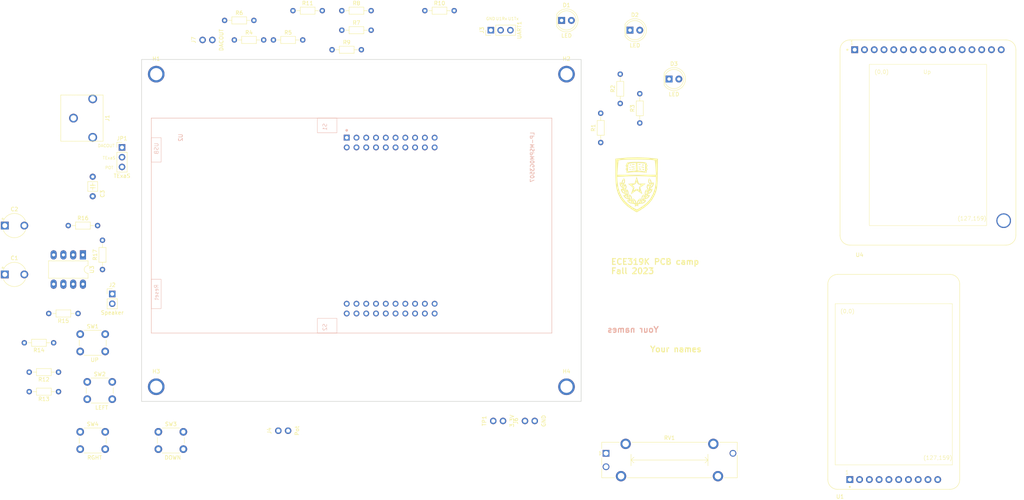
<source format=kicad_pcb>
(kicad_pcb (version 20241229) (generator "pcbnew") (generator_version "9.0")
  (title_block (title "ECE 319K Baseline Project") (date "2023-12-11") (rev "v1.0.0") (company "The University of Texas at Austin"))
  (layers (0 "F.Cu" signal) (2 "B.Cu" signal) (13 "F.Paste" user) (15 "B.Paste" user) (5 "F.SilkS" user "F.Silkscreen") (7 "B.SilkS" user "B.Silkscreen") (1 "F.Mask" user) (3 "B.Mask" user) (25 "Edge.Cuts" user))
  (net 0 "")
  (net 1 "GND")
  (net 2 "+3V3")
  (net 3 "PB9")
  (net 4 "PB15")
  (net 5 "PB8")
  (net 6 "PB7")
  (net 7 "PB6")
  (net 8 "PA13")
  (net 9 "+5V")
  (net 15 "PA25")
  (net 17 "PA8")
  (net 18 "PA26")
  (net 19 "PB24")
  (net 20 "PA27")
  (net 21 "PB2")
  (net 22 "PB3")
  (net 24 "PB12")
  (net 25 "PB17")
  (net 26 "PB0")
  (net 27 "PB16")
  (net 28 "PB19")
  (net 29 "PA22")
  (net 30 "PB18")
  (net 31 "PA18")
  (net 32 "PA24")
  (net 33 "PA17")
  (net 34 "PA16")
  (net 35 "PA15")
  (net 36 "PB4")
  (net 37 "PB1")
  (net 38 "PA28")
  (net 39 "PA31")
  (net 40 "PB20")
  (net 41 "PB13")
  (net 42 "PA10")
  (net 46 "PB23")
  (net 48 "PA11")
  (net 49 "PA12")
  (footprint "ECE445L:R_Axial_DIN0204_L3.6mm_D1.6mm_P7.62mm_Horizontal" (layer "F.Cu") (at 90.17 25.4)
    (property "Reference" "R11" (at 3.81 -1.92 0) (layer "F.SilkS"))
    (property "Value" "12k")
    (pad "1" thru_hole circle (at 0 0) (size 1.4 1.4) (drill 0.7) (layers "*.Cu" "*.Mask"))
    (pad "2" thru_hole oval (at 7.62 0) (size 1.4 1.4) (drill 0.7) (layers "*.Cu" "*.Mask"))
  )
  (footprint "ECE445L:Testpoint_1x02_P2.54mm" (layer "F.Cu") (at 86.36 134.62 90)
    (property "Reference" "J4" (at 0 -2.33 90) (layer "F.SilkS"))
    (property "Value" "Pot" (at 0 4.87 90) (layer "F.SilkS"))
    (pad "1" thru_hole circle (at 0 0 90) (size 1.7 1.7) (drill 1) (layers "*.Cu" "*.Mask"))
    (pad "2" thru_hole oval (at 0 2.54 90) (size 1.7 1.7) (drill 1) (layers "*.Cu" "*.Mask"))
  )
  (footprint "ECE445L:R_Axial_DIN0204_L3.6mm_D1.6mm_P7.62mm_Horizontal" (layer "F.Cu") (at 74.93 33.02)
    (property "Reference" "R4" (at 3.81 -1.92 0) (layer "F.SilkS"))
    (property "Value" "1.5k")
    (pad "1" thru_hole circle (at 0 0) (size 1.4 1.4) (drill 0.7) (layers "*.Cu" "*.Mask"))
    (pad "2" thru_hole oval (at 7.62 0) (size 1.4 1.4) (drill 0.7) (layers "*.Cu" "*.Mask"))
  )
  (footprint "ECE445L:PinHeader_1x03_P2.54mm_Vertical" (layer "F.Cu") (at 141.62 30.48 90)
    (property "Reference" "J3" (at 0 -2.33 90) (layer "F.SilkS"))
    (property "Value" "UART1" (at 0 7.41 90) (layer "F.SilkS"))
    (pad "1" thru_hole rect (at 0 0 90) (size 1.7 1.7) (drill 1) (layers "*.Cu" "*.Mask") (net 1 "GND"))
    (pad "2" thru_hole oval (at 0 2.54 90) (size 1.7 1.7) (drill 1) (layers "*.Cu" "*.Mask") (net 17 "PA8"))
    (pad "3" thru_hole oval (at 0 5.08 90) (size 1.7 1.7) (drill 1) (layers "*.Cu" "*.Mask") (net 29 "PA22"))
  )
  (footprint "LOGO" (layer "F.Cu") (at 180.34 71.12)
    (property "Reference" "G***" (hide yes))
    (property "Value" "LOGO" (hide yes))
  )
  (footprint "ECE445L:R_Axial_DIN0204_L3.6mm_D1.6mm_P7.62mm_Horizontal" (layer "F.Cu") (at 72.39 27.94)
    (property "Reference" "R6" (at 3.81 -1.92 0) (layer "F.SilkS"))
    (property "Value" "1.5k")
    (pad "1" thru_hole circle (at 0 0) (size 1.4 1.4) (drill 0.7) (layers "*.Cu" "*.Mask"))
    (pad "2" thru_hole oval (at 7.62 0) (size 1.4 1.4) (drill 0.7) (layers "*.Cu" "*.Mask"))
  )
  (footprint "ECE445L:DIP-8_W7.62mm_LongPads" (layer "F.Cu") (at 35.56 88.9 -90)
    (property "Reference" "U3" (at 3.81 -2.33 270) (layer "F.SilkS"))
    (property "Value" "MCP34119P")
    (pad "1" thru_hole rect (at 0 0 270) (size 2.4 1.6) (drill 0.8) (layers "*.Cu" "*.Mask"))
    (pad "2" thru_hole oval (at 0 2.54 270) (size 2.4 1.6) (drill 0.8) (layers "*.Cu" "*.Mask"))
    (pad "3" thru_hole oval (at 0 5.08 270) (size 2.4 1.6) (drill 0.8) (layers "*.Cu" "*.Mask"))
    (pad "4" thru_hole oval (at 0 7.62 270) (size 2.4 1.6) (drill 0.8) (layers "*.Cu" "*.Mask"))
    (pad "5" thru_hole oval (at 7.62 7.62 270) (size 2.4 1.6) (drill 0.8) (layers "*.Cu" "*.Mask"))
    (pad "6" thru_hole oval (at 7.62 5.08 270) (size 2.4 1.6) (drill 0.8) (layers "*.Cu" "*.Mask"))
    (pad "7" thru_hole oval (at 7.62 2.54 270) (size 2.4 1.6) (drill 0.8) (layers "*.Cu" "*.Mask"))
    (pad "8" thru_hole oval (at 7.62 0 270) (size 2.4 1.6) (drill 0.8) (layers "*.Cu" "*.Mask"))
  )
  (footprint "ECE445L:R_Axial_DIN0204_L3.6mm_D1.6mm_P7.62mm_Horizontal" (layer "F.Cu") (at 40.64 92.71 90)
    (property "Reference" "R17" (at 3.81 -1.92 90) (layer "F.SilkS"))
    (property "Value" "10k")
    (pad "1" thru_hole circle (at 0 0 90) (size 1.4 1.4) (drill 0.7) (layers "*.Cu" "*.Mask"))
    (pad "2" thru_hole oval (at 7.62 0 90) (size 1.4 1.4) (drill 0.7) (layers "*.Cu" "*.Mask"))
  )
  (footprint "ECE445L:SW_PUSH_6mm" (layer "F.Cu") (at 36.68 121.92)
    (property "Reference" "SW2" (at 3.25 -2 0) (layer "F.SilkS"))
    (property "Value" "LEFT" (at 3.75 6.7 0) (layer "F.SilkS"))
    (pad "1" thru_hole circle (at 0 0 90) (size 2 2) (drill 1.1) (layers "*.Cu" "*.Mask"))
    (pad "1" thru_hole circle (at 6.5 0 90) (size 2 2) (drill 1.1) (layers "*.Cu" "*.Mask"))
    (pad "2" thru_hole circle (at 0 4.5 90) (size 2 2) (drill 1.1) (layers "*.Cu" "*.Mask"))
    (pad "2" thru_hole circle (at 6.5 4.5 90) (size 2 2) (drill 1.1) (layers "*.Cu" "*.Mask"))
  )
  (footprint "ECE445L:SW_PUSH_6mm" (layer "F.Cu") (at 34.85 109.51)
    (property "Reference" "SW1" (at 3.25 -2 0) (layer "F.SilkS"))
    (property "Value" "UP" (at 3.75 6.7 0) (layer "F.SilkS"))
    (pad "1" thru_hole circle (at 0 0 90) (size 2 2) (drill 1.1) (layers "*.Cu" "*.Mask"))
    (pad "1" thru_hole circle (at 6.5 0 90) (size 2 2) (drill 1.1) (layers "*.Cu" "*.Mask"))
    (pad "2" thru_hole circle (at 0 4.5 90) (size 2 2) (drill 1.1) (layers "*.Cu" "*.Mask"))
    (pad "2" thru_hole circle (at 6.5 4.5 90) (size 2 2) (drill 1.1) (layers "*.Cu" "*.Mask"))
  )
  (footprint "ECE445L:PTA2043pot" (layer "F.Cu") (at 171.565 140.49)
    (property "Reference" "RV1" (at 16.5 -4 0) (layer "F.SilkS"))
    (property "Value" "PTA2043")
    (pad "" np_thru_hole circle (at 3.9 5.95) (size 2.7 2.7) (drill 1.7) (layers "*.Cu" "*.Mask"))
    (pad "" np_thru_hole circle (at 5.1 -2.45) (size 2.7 2.7) (drill 1.7) (layers "*.Cu" "*.Mask"))
    (pad "" np_thru_hole circle (at 27.9 -2.45) (size 2.7 2.7) (drill 1.7) (layers "*.Cu" "*.Mask"))
    (pad "" np_thru_hole circle (at 29.1 5.95) (size 2.7 2.7) (drill 1.7) (layers "*.Cu" "*.Mask"))
    (pad "1" thru_hole rect (at 0 0) (size 1.75 1.75) (drill 1.2) (layers "*.Cu" "*.Mask"))
    (pad "2" thru_hole circle (at 0 3.5) (size 1.75 1.75) (drill 1.2) (layers "*.Cu" "*.Mask"))
    (pad "3" thru_hole circle (at 33 0) (size 1.75 1.75) (drill 1.2) (layers "*.Cu" "*.Mask"))
  )
  (footprint "ECE445L:R_Axial_DIN0204_L3.6mm_D1.6mm_P7.62mm_Horizontal" (layer "F.Cu") (at 124.46 25.4)
    (property "Reference" "R10" (at 3.81 -1.92 0) (layer "F.SilkS"))
    (property "Value" "12k")
    (pad "1" thru_hole circle (at 0 0) (size 1.4 1.4) (drill 0.7) (layers "*.Cu" "*.Mask"))
    (pad "2" thru_hole oval (at 7.62 0) (size 1.4 1.4) (drill 0.7) (layers "*.Cu" "*.Mask"))
  )
  (footprint "ECE445L:R_Axial_DIN0204_L3.6mm_D1.6mm_P7.62mm_Horizontal" (layer "F.Cu") (at 170.18 59.69 90)
    (property "Reference" "R1" (at 3.81 -1.92 90) (layer "F.SilkS"))
    (property "Value" "470")
    (pad "1" thru_hole circle (at 0 0 90) (size 1.4 1.4) (drill 0.7) (layers "*.Cu" "*.Mask"))
    (pad "2" thru_hole oval (at 7.62 0 90) (size 1.4 1.4) (drill 0.7) (layers "*.Cu" "*.Mask"))
  )
  (footprint "ECE445L:Testpoint_1x02_P2.54mm" (layer "F.Cu") (at 66.67 33.02 90)
    (property "Reference" "J7" (at 0 -2.33 90) (layer "F.SilkS"))
    (property "Value" "DACOUT" (at 0 4.87 90) (layer "F.SilkS"))
    (pad "1" thru_hole circle (at 0 0 90) (size 1.7 1.7) (drill 1) (layers "*.Cu" "*.Mask"))
    (pad "2" thru_hole oval (at 0 2.54 90) (size 1.7 1.7) (drill 1) (layers "*.Cu" "*.Mask"))
  )
  (footprint "ECE445L:Testpoint_1x02_P2.54mm" (layer "F.Cu") (at 142.24 132.08 90)
    (property "Reference" "TP1" (at 0 -2.33 90) (layer "F.SilkS"))
    (property "Value" "3.3V" (at 0 4.87 90) (layer "F.SilkS"))
    (pad "1" thru_hole circle (at 0 0 90) (size 1.7 1.7) (drill 1) (layers "*.Cu" "*.Mask") (net 2 "+3V3"))
    (pad "2" thru_hole oval (at 0 2.54 90) (size 1.7 1.7) (drill 1) (layers "*.Cu" "*.Mask") (net 2 "+3V3"))
  )
  (footprint "ECE445L:R_Axial_DIN0204_L3.6mm_D1.6mm_P7.62mm_Horizontal" (layer "F.Cu") (at 102.87 25.4)
    (property "Reference" "R8" (at 3.81 -1.92 0) (layer "F.SilkS"))
    (property "Value" "1.5k")
    (pad "1" thru_hole circle (at 0 0) (size 1.4 1.4) (drill 0.7) (layers "*.Cu" "*.Mask"))
    (pad "2" thru_hole oval (at 7.62 0) (size 1.4 1.4) (drill 0.7) (layers "*.Cu" "*.Mask"))
  )
  (footprint "ECE445L:C_Axial_200mil" (layer "F.Cu") (at 38.1 68.58 -90)
    (property "Reference" "C3" (at 4.445 -2.54 270) (layer "F.SilkS"))
    (property "Value" "0.1uF")
    (pad "1" thru_hole circle (at 0 0 270) (size 1.6 1.6) (drill 0.8) (layers "*.Cu" "*.Mask"))
    (pad "2" thru_hole oval (at 5.08 0 270) (size 1.6 1.6) (drill 0.8) (layers "*.Cu" "*.Mask"))
  )
  (footprint "ECE445L:MountingHole_4_40" (layer "F.Cu") (at 161.29 41.91)
    (property "Reference" "H2" (at 0 -4 0) (layer "F.SilkS"))
    (property "Value" "~")
    (pad "1" thru_hole circle (at 0 0) (size 4.318 4.318) (drill 3.175) (layers "*.Cu" "*.Mask"))
  )
  (footprint "ECE445L:MountingHole_4_40" (layer "F.Cu") (at 161.29 123.19)
    (property "Reference" "H4" (at 0 -4 0) (layer "F.SilkS"))
    (property "Value" "~")
    (pad "1" thru_hole circle (at 0 0) (size 4.318 4.318) (drill 3.175) (layers "*.Cu" "*.Mask"))
  )
  (footprint "ECE445L:MountingHole_4_40" (layer "F.Cu") (at 54.61 41.91)
    (property "Reference" "H1" (at 0 -4 0) (layer "F.SilkS"))
    (property "Value" "~")
    (pad "1" thru_hole circle (at 0 0) (size 4.318 4.318) (drill 3.175) (layers "*.Cu" "*.Mask"))
  )
  (footprint "ECE445L:R_Axial_DIN0204_L3.6mm_D1.6mm_P7.62mm_Horizontal" (layer "F.Cu") (at 29.21 119.38 180)
    (property "Reference" "R12" (at 3.81 -1.92 180) (layer "F.SilkS"))
    (property "Value" "10k")
    (pad "1" thru_hole circle (at 0 0 180) (size 1.4 1.4) (drill 0.7) (layers "*.Cu" "*.Mask"))
    (pad "2" thru_hole oval (at 7.62 0 180) (size 1.4 1.4) (drill 0.7) (layers "*.Cu" "*.Mask"))
  )
  (footprint "ECE445L:hiletgo_st7735r" (layer "F.Cu") (at 255.27 59.69)
    (property "Reference" "U4" (at -17.78 29.21 0) (layer "F.SilkS"))
    (property "Value" "HiLetGo_ST7735R")
    (fp_text user "1" (at -20.32 -25.4 0) (layer "F.SilkS") (effects (font (thickness 0.1)) (justify left bottom)))
    (fp_text user "(0,0)" (at -13.97 -17.78 0) (layer "F.SilkS") (effects (font (thickness 0.1)) (justify left bottom)))
    (fp_text user "(127,159)" (at 7.62 20.32 0) (layer "F.SilkS") (effects (font (thickness 0.1)) (justify left bottom)))
    (fp_text user "Up" (at -1.27 -17.78 0) (layer "F.SilkS") (effects (font (thickness 0.1)) (justify left bottom)))
    (pad "" np_thru_hole circle (at 19.685 20.32 90) (size 3.81 3.81) (drill 3.175) (layers "*.Cu" "*.Mask"))
    (pad "1" thru_hole rect (at -19.05 -24.13 90) (size 1.778 1.778) (drill 1.016) (layers "*.Cu" "*.Mask") (net 1 "GND"))
    (pad "2" thru_hole circle (at -16.51 -24.13 90) (size 1.778 1.778) (drill 1.016) (layers "*.Cu" "*.Mask") (net 2 "+3V3"))
    (pad "3" thru_hole circle (at -13.97 -24.13 90) (size 1.778 1.778) (drill 1.016) (layers "*.Cu" "*.Mask"))
    (pad "4" thru_hole circle (at -11.43 -24.13 90) (size 1.778 1.778) (drill 1.016) (layers "*.Cu" "*.Mask"))
    (pad "5" thru_hole circle (at -8.89 -24.13 90) (size 1.778 1.778) (drill 1.016) (layers "*.Cu" "*.Mask"))
    (pad "6" thru_hole circle (at -6.35 -24.13 90) (size 1.778 1.778) (drill 1.016) (layers "*.Cu" "*.Mask") (net 4 "PB15"))
    (pad "7" thru_hole circle (at -3.81 -24.13 90) (size 1.778 1.778) (drill 1.016) (layers "*.Cu" "*.Mask") (net 8 "PA13"))
    (pad "8" thru_hole circle (at -1.27 -24.13 90) (size 1.778 1.778) (drill 1.016) (layers "*.Cu" "*.Mask") (net 5 "PB8"))
    (pad "9" thru_hole circle (at 1.27 -24.13 90) (size 1.778 1.778) (drill 1.016) (layers "*.Cu" "*.Mask") (net 3 "PB9"))
    (pad "10" thru_hole circle (at 3.81 -24.13 90) (size 1.778 1.778) (drill 1.016) (layers "*.Cu" "*.Mask") (net 7 "PB6"))
    (pad "11" thru_hole circle (at 6.35 -24.13 90) (size 1.778 1.778) (drill 1.016) (layers "*.Cu" "*.Mask") (net 3 "PB9"))
    (pad "12" thru_hole circle (at 8.89 -24.13 90) (size 1.778 1.778) (drill 1.016) (layers "*.Cu" "*.Mask") (net 6 "PB7"))
    (pad "13" thru_hole circle (at 11.43 -24.13 90) (size 1.778 1.778) (drill 1.016) (layers "*.Cu" "*.Mask") (net 5 "PB8"))
    (pad "14" thru_hole circle (at 13.97 -24.13 90) (size 1.778 1.778) (drill 1.016) (layers "*.Cu" "*.Mask") (net 49 "PA12"))
    (pad "15" thru_hole circle (at 16.51 -24.13 90) (size 1.778 1.778) (drill 1.016) (layers "*.Cu" "*.Mask") (net 2 "+3V3"))
    (pad "16" thru_hole circle (at 19.05 -24.13 90) (size 1.778 1.778) (drill 1.016) (layers "*.Cu" "*.Mask") (net 1 "GND"))
  )
  (footprint "ECE445L:MountingHole_4_40" (layer "F.Cu") (at 54.61 123.19)
    (property "Reference" "H3" (at 0 -4 0) (layer "F.SilkS"))
    (property "Value" "~")
    (pad "1" thru_hole circle (at 0 0) (size 4.318 4.318) (drill 3.175) (layers "*.Cu" "*.Mask"))
  )
  (footprint "ECE445L:CP_Radial_Tantal200mil" (layer "F.Cu") (at 15.24 81.28)
    (property "Reference" "C2" (at 2.5 -4.25 0) (layer "F.SilkS"))
    (property "Value" "4.7uF")
    (pad "1" thru_hole rect (at 0 0) (size 2.032 2.032) (drill 1.27) (layers "*.Cu" "*.Mask"))
    (pad "2" thru_hole circle (at 5.08 0) (size 2.032 2.032) (drill 1.27) (layers "*.Cu" "*.Mask"))
  )
  (footprint "ECE445L:Testpoint_1x02_P2.54mm" (layer "F.Cu") (at 150.49 132.08 90)
    (property "Reference" "J6" (at 0 -2.33 90) (layer "F.SilkS"))
    (property "Value" "GND" (at 0 4.87 90) (layer "F.SilkS"))
    (pad "1" thru_hole circle (at 0 0 90) (size 1.7 1.7) (drill 1) (layers "*.Cu" "*.Mask") (net 1 "GND"))
    (pad "2" thru_hole oval (at 0 2.54 90) (size 1.7 1.7) (drill 1) (layers "*.Cu" "*.Mask") (net 1 "GND"))
  )
  (footprint "ECE445L:LED_D5.0mm" (layer "F.Cu") (at 187.96 43.18)
    (property "Reference" "D3" (at 1.27 -3.96 0) (layer "F.SilkS"))
    (property "Value" "LED" (at 1.27 3.96 0) (layer "F.SilkS"))
    (pad "1" thru_hole rect (at 0 0) (size 1.8 1.8) (drill 0.9) (layers "*.Cu" "*.Mask"))
    (pad "2" thru_hole circle (at 2.54 0) (size 1.8 1.8) (drill 0.9) (layers "*.Cu" "*.Mask"))
  )
  (footprint "ECE445L:CP_Radial_Tantal200mil" (layer "F.Cu") (at 15.24 93.98)
    (property "Reference" "C1" (at 2.5 -4.25 0) (layer "F.SilkS"))
    (property "Value" "1uF")
    (pad "1" thru_hole rect (at 0 0) (size 2.032 2.032) (drill 1.27) (layers "*.Cu" "*.Mask"))
    (pad "2" thru_hole circle (at 5.08 0) (size 2.032 2.032) (drill 1.27) (layers "*.Cu" "*.Mask"))
  )
  (footprint "ECE445L:SW_PUSH_6mm" (layer "F.Cu") (at 34.85 134.91)
    (property "Reference" "SW4" (at 3.25 -2 0) (layer "F.SilkS"))
    (property "Value" "RGHT" (at 3.75 6.7 0) (layer "F.SilkS"))
    (pad "1" thru_hole circle (at 0 0 90) (size 2 2) (drill 1.1) (layers "*.Cu" "*.Mask"))
    (pad "1" thru_hole circle (at 6.5 0 90) (size 2 2) (drill 1.1) (layers "*.Cu" "*.Mask"))
    (pad "2" thru_hole circle (at 0 4.5 90) (size 2 2) (drill 1.1) (layers "*.Cu" "*.Mask"))
    (pad "2" thru_hole circle (at 6.5 4.5 90) (size 2 2) (drill 1.1) (layers "*.Cu" "*.Mask"))
  )
  (footprint "ECE445L:R_Axial_DIN0204_L3.6mm_D1.6mm_P7.62mm_Horizontal" (layer "F.Cu") (at 180.34 54.61 90)
    (property "Reference" "R3" (at 3.81 -1.92 90) (layer "F.SilkS"))
    (property "Value" "470")
    (pad "1" thru_hole circle (at 0 0 90) (size 1.4 1.4) (drill 0.7) (layers "*.Cu" "*.Mask"))
    (pad "2" thru_hole oval (at 7.62 0 90) (size 1.4 1.4) (drill 0.7) (layers "*.Cu" "*.Mask"))
  )
  (footprint "ECE445L:R_Axial_DIN0204_L3.6mm_D1.6mm_P7.62mm_Horizontal" (layer "F.Cu") (at 29.21 124.46 180)
    (property "Reference" "R13" (at 3.81 -1.92 180) (layer "F.SilkS"))
    (property "Value" "10k")
    (pad "1" thru_hole circle (at 0 0 180) (size 1.4 1.4) (drill 0.7) (layers "*.Cu" "*.Mask"))
    (pad "2" thru_hole oval (at 7.62 0 180) (size 1.4 1.4) (drill 0.7) (layers "*.Cu" "*.Mask"))
  )
  (footprint "ECE445L:R_Axial_DIN0204_L3.6mm_D1.6mm_P7.62mm_Horizontal" (layer "F.Cu") (at 175.26 49.53 90)
    (property "Reference" "R2" (at 3.81 -1.92 90) (layer "F.SilkS"))
    (property "Value" "470")
    (pad "1" thru_hole circle (at 0 0 90) (size 1.4 1.4) (drill 0.7) (layers "*.Cu" "*.Mask"))
    (pad "2" thru_hole oval (at 7.62 0 90) (size 1.4 1.4) (drill 0.7) (layers "*.Cu" "*.Mask"))
  )
  (footprint "ECE445L:R_Axial_DIN0204_L3.6mm_D1.6mm_P7.62mm_Horizontal" (layer "F.Cu") (at 31.75 81.28)
    (property "Reference" "R16" (at 3.81 -1.92 0) (layer "F.SilkS"))
    (property "Value" "20k")
    (pad "1" thru_hole circle (at 0 0) (size 1.4 1.4) (drill 0.7) (layers "*.Cu" "*.Mask"))
    (pad "2" thru_hole oval (at 7.62 0) (size 1.4 1.4) (drill 0.7) (layers "*.Cu" "*.Mask"))
  )
  (footprint "ECE445L:Jack_3.5mm_CUI_SJ1-3523N_Horizontal" (layer "F.Cu") (at 33.1 53.34 -90)
    (property "Reference" "J1" (at 0 -8.8 270) (layer "F.SilkS"))
    (property "Value" "AudioJack")
    (pad "" np_thru_hole circle (at -5 0 270) (size 1.2 1.2) (drill 1.2) (layers "*.Cu"))
    (pad "" np_thru_hole circle (at -5 2.5 270) (size 1.2 1.2) (drill 1.2) (layers "*.Cu"))
    (pad "" np_thru_hole circle (at 0 -5 270) (size 1.2 1.2) (drill 1.2) (layers "*.Cu"))
    (pad "" np_thru_hole circle (at 5 0 270) (size 1.2 1.2) (drill 1.2) (layers "*.Cu"))
    (pad "" np_thru_hole circle (at 5 2.5 270) (size 1.2 1.2) (drill 1.2) (layers "*.Cu"))
    (pad "R" thru_hole circle (at -5 -5 270) (size 2.286 2.286) (drill 1.524) (layers "*.Cu" "*.Mask"))
    (pad "S" thru_hole circle (at 0 0 270) (size 2.286 2.286) (drill 1.524) (layers "*.Cu" "*.Mask"))
    (pad "T" thru_hole circle (at 5 -5 90) (size 2.286 2.286) (drill 1.524) (layers "*.Cu" "*.Mask"))
  )
  (footprint "ECE445L:R_Axial_DIN0204_L3.6mm_D1.6mm_P7.62mm_Horizontal" (layer "F.Cu") (at 34.29 104.14 180)
    (property "Reference" "R15" (at 3.81 -1.92 180) (layer "F.SilkS"))
    (property "Value" "10k")
    (pad "1" thru_hole circle (at 0 0 180) (size 1.4 1.4) (drill 0.7) (layers "*.Cu" "*.Mask"))
    (pad "2" thru_hole oval (at 7.62 0 180) (size 1.4 1.4) (drill 0.7) (layers "*.Cu" "*.Mask"))
  )
  (footprint "ECE445L:R_Axial_DIN0204_L3.6mm_D1.6mm_P7.62mm_Horizontal" (layer "F.Cu") (at 100.33 35.56)
    (property "Reference" "R9" (at 3.81 -1.92 0) (layer "F.SilkS"))
    (property "Value" "12k")
    (pad "1" thru_hole circle (at 0 0) (size 1.4 1.4) (drill 0.7) (layers "*.Cu" "*.Mask"))
    (pad "2" thru_hole oval (at 7.62 0) (size 1.4 1.4) (drill 0.7) (layers "*.Cu" "*.Mask"))
  )
  (footprint "ECE445L:R_Axial_DIN0204_L3.6mm_D1.6mm_P7.62mm_Horizontal" (layer "F.Cu") (at 27.94 111.76 180)
    (property "Reference" "R14" (at 3.81 -1.92 180) (layer "F.SilkS"))
    (property "Value" "10k")
    (pad "1" thru_hole circle (at 0 0 180) (size 1.4 1.4) (drill 0.7) (layers "*.Cu" "*.Mask"))
    (pad "2" thru_hole oval (at 7.62 0 180) (size 1.4 1.4) (drill 0.7) (layers "*.Cu" "*.Mask"))
  )
  (footprint "ECE445L:SW_PUSH_6mm" (layer "F.Cu") (at 55.17 134.91)
    (property "Reference" "SW3" (at 3.25 -2 0) (layer "F.SilkS"))
    (property "Value" "DOWN" (at 3.75 6.7 0) (layer "F.SilkS"))
    (pad "1" thru_hole circle (at 0 0 90) (size 2 2) (drill 1.1) (layers "*.Cu" "*.Mask"))
    (pad "1" thru_hole circle (at 6.5 0 90) (size 2 2) (drill 1.1) (layers "*.Cu" "*.Mask"))
    (pad "2" thru_hole circle (at 0 4.5 90) (size 2 2) (drill 1.1) (layers "*.Cu" "*.Mask"))
    (pad "2" thru_hole circle (at 6.5 4.5 90) (size 2 2) (drill 1.1) (layers "*.Cu" "*.Mask"))
  )
  (footprint "ECE445L:R_Axial_DIN0204_L3.6mm_D1.6mm_P7.62mm_Horizontal" (layer "F.Cu") (at 85.09 33.02)
    (property "Reference" "R5" (at 3.81 -1.92 0) (layer "F.SilkS"))
    (property "Value" "1.5k")
    (pad "1" thru_hole circle (at 0 0) (size 1.4 1.4) (drill 0.7) (layers "*.Cu" "*.Mask"))
    (pad "2" thru_hole oval (at 7.62 0) (size 1.4 1.4) (drill 0.7) (layers "*.Cu" "*.Mask"))
  )
  (footprint "ECE445L:R_Axial_DIN0204_L3.6mm_D1.6mm_P7.62mm_Horizontal" (layer "F.Cu") (at 102.87 30.48)
    (property "Reference" "R7" (at 3.81 -1.92 0) (layer "F.SilkS"))
    (property "Value" "1.5k")
    (pad "1" thru_hole circle (at 0 0) (size 1.4 1.4) (drill 0.7) (layers "*.Cu" "*.Mask"))
    (pad "2" thru_hole oval (at 7.62 0) (size 1.4 1.4) (drill 0.7) (layers "*.Cu" "*.Mask"))
  )
  (footprint "ECE445L:PinHeader_1x02_P2.54mm_Vertical" (layer "F.Cu") (at 43.18 99.06)
    (property "Reference" "J2" (at 0 -2.33 0) (layer "F.SilkS"))
    (property "Value" "Speaker" (at 0 4.87 0) (layer "F.SilkS"))
    (pad "1" thru_hole rect (at 0 0) (size 1.7 1.7) (drill 1) (layers "*.Cu" "*.Mask"))
    (pad "2" thru_hole oval (at 0 2.54) (size 1.7 1.7) (drill 1) (layers "*.Cu" "*.Mask"))
  )
  (footprint "ECE445L:LED_D5.0mm" (layer "F.Cu") (at 160.02 27.94)
    (property "Reference" "D1" (at 1.27 -3.96 0) (layer "F.SilkS"))
    (property "Value" "LED" (at 1.27 3.96 0) (layer "F.SilkS"))
    (pad "1" thru_hole rect (at 0 0) (size 1.8 1.8) (drill 0.9) (layers "*.Cu" "*.Mask"))
    (pad "2" thru_hole circle (at 2.54 0) (size 1.8 1.8) (drill 0.9) (layers "*.Cu" "*.Mask"))
  )
  (footprint "ECE445L:PinHeader_1x03_P2.54mm_Vertical" (layer "F.Cu") (at 45.72 60.96)
    (property "Reference" "JP1" (at 0 -2.33 0) (layer "F.SilkS"))
    (property "Value" "TExaS" (at 0 7.41 0) (layer "F.SilkS"))
    (pad "1" thru_hole rect (at 0 0) (size 1.7 1.7) (drill 1) (layers "*.Cu" "*.Mask"))
    (pad "2" thru_hole oval (at 0 2.54) (size 1.7 1.7) (drill 1) (layers "*.Cu" "*.Mask") (net 40 "PB20"))
    (pad "3" thru_hole oval (at 0 5.08) (size 1.7 1.7) (drill 1) (layers "*.Cu" "*.Mask"))
  )
  (footprint "ECE445L:LED_D5.0mm" (layer "F.Cu") (at 177.8 30.48)
    (property "Reference" "D2" (at 1.27 -3.96 0) (layer "F.SilkS"))
    (property "Value" "LED" (at 1.27 3.96 0) (layer "F.SilkS"))
    (pad "1" thru_hole rect (at 0 0) (size 1.8 1.8) (drill 0.9) (layers "*.Cu" "*.Mask"))
    (pad "2" thru_hole circle (at 2.54 0) (size 1.8 1.8) (drill 0.9) (layers "*.Cu" "*.Mask"))
  )
  (footprint "ECE445L:adafruit_st7735r2" (layer "F.Cu") (at 246.38 121.92)
    (property "Reference" "U1" (at -13.97 29.845 0) (layer "F.SilkS"))
    (property "Value" "Adafruit ST7735R")
    (fp_text user "(0,0)" (at -13.97 -17.78 0) (layer "F.SilkS") (effects (font (thickness 0.1)) (justify left bottom)))
    (fp_text user "1" (at -12.7 24.13 0) (layer "F.SilkS") (effects (font (thickness 0.1)) (justify left bottom)))
    (fp_text user "(127,159)" (at 7.62 20.32 0) (layer "F.SilkS") (effects (font (thickness 0.1)) (justify left bottom)))
    (pad "" np_thru_hole circle (at -14.605 -25.4 90) (size 2.2 2.2) (drill 2.2) (layers "*.Cu" "*.Mask"))
    (pad "" np_thru_hole circle (at -14.605 25.4 90) (size 2.2 2.2) (drill 2.2) (layers "*.Cu" "*.Mask"))
    (pad "" np_thru_hole circle (at 14.605 -25.4 90) (size 2.2 2.2) (drill 2.2) (layers "*.Cu" "*.Mask"))
    (pad "" np_thru_hole circle (at 14.605 25.4 90) (size 2.2 2.2) (drill 2.2) (layers "*.Cu" "*.Mask"))
    (pad "1" thru_hole rect (at -11.43 25.4 90) (size 1.778 1.778) (drill 1.016) (layers "*.Cu" "*.Mask") (net 1 "GND"))
    (pad "2" thru_hole circle (at -8.89 25.4 90) (size 1.778 1.778) (drill 1.016) (layers "*.Cu" "*.Mask") (net 2 "+3V3"))
    (pad "3" thru_hole circle (at -6.35 25.4 90) (size 1.778 1.778) (drill 1.016) (layers "*.Cu" "*.Mask") (net 4 "PB15"))
    (pad "4" thru_hole circle (at -3.81 25.4 90) (size 1.778 1.778) (drill 1.016) (layers "*.Cu" "*.Mask") (net 8 "PA13"))
    (pad "5" thru_hole circle (at -1.27 25.4 90) (size 1.778 1.778) (drill 1.016) (layers "*.Cu" "*.Mask") (net 49 "PA12"))
    (pad "6" thru_hole circle (at 1.27 25.4 90) (size 1.778 1.778) (drill 1.016) (layers "*.Cu" "*.Mask") (net 7 "PB6"))
    (pad "7" thru_hole circle (at 3.81 25.4 90) (size 1.778 1.778) (drill 1.016) (layers "*.Cu" "*.Mask") (net 5 "PB8"))
    (pad "8" thru_hole circle (at 6.35 25.4 90) (size 1.778 1.778) (drill 1.016) (layers "*.Cu" "*.Mask") (net 3 "PB9"))
    (pad "9" thru_hole circle (at 8.89 25.4 90) (size 1.778 1.778) (drill 1.016) (layers "*.Cu" "*.Mask") (net 6 "PB7"))
    (pad "10" thru_hole circle (at 11.43 25.4 90) (size 1.778 1.778) (drill 1.016) (layers "*.Cu" "*.Mask") (net 2 "+3V3"))
  )
  (footprint "ECE445L:ti_LP_MSPM0G3507" (layer "B.Cu") (at 106.68 81.28 -90)
    (property "Reference" "U2" (at -22.86 45.72 90) (layer "B.SilkS") (effects (justify mirror)))
    (property "Value" "LP-MSPM0G3507" (at -17.78 -45.72 90) (layer "B.SilkS") (effects (justify mirror)))
    (fp_text user "S2" (at 25.4 7.62 90) (layer "B.SilkS") (effects (font (thickness 0.1)) (justify left bottom mirror)))
    (fp_text user "S1" (at -26.67 7.62 90) (layer "B.SilkS") (effects (font (thickness 0.1)) (justify left bottom mirror)))
    (fp_text user "Reset" (at 15.24 51.435 90) (layer "B.SilkS") (effects (font (thickness 0.1)) (justify left bottom mirror)))
    (fp_text user "USB" (at -21.59 51.435 90) (layer "B.SilkS") (effects (font (thickness 0.1)) (justify left bottom mirror)))
    (pad "J1_1" thru_hole rect (at -22.86 2.54 270) (size 1.52 1.52) (drill 0.89) (layers "*.Cu" "*.Mask") (net 2 "+3V3"))
    (pad "J1_2" thru_hole circle (at -22.86 0 270) (size 1.52 1.52) (drill 0.89) (layers "*.Cu" "*.Mask") (net 15 "PA25"))
    (pad "J1_3" thru_hole circle (at -22.86 -2.54 270) (size 1.52 1.52) (drill 0.89) (layers "*.Cu" "*.Mask") (net 46 "PB23"))
    (pad "J1_4" thru_hole circle (at -22.86 -5.08 270) (size 1.52 1.52) (drill 0.89) (layers "*.Cu" "*.Mask") (net 17 "PA8"))
    (pad "J1_5" thru_hole circle (at -22.86 -7.62 270) (size 1.52 1.52) (drill 0.89) (layers "*.Cu" "*.Mask") (net 18 "PA26"))
    (pad "J1_6" thru_hole circle (at -22.86 -10.16 270) (size 1.52 1.52) (drill 0.89) (layers "*.Cu" "*.Mask") (net 19 "PB24"))
    (pad "J1_7" thru_hole circle (at -22.86 -12.7 270) (size 1.52 1.52) (drill 0.89) (layers "*.Cu" "*.Mask") (net 3 "PB9"))
    (pad "J1_8" thru_hole circle (at -22.86 -15.24 270) (size 1.52 1.52) (drill 0.89) (layers "*.Cu" "*.Mask") (net 20 "PA27"))
    (pad "J1_9" thru_hole circle (at -22.86 -17.78 270) (size 1.52 1.52) (drill 0.89) (layers "*.Cu" "*.Mask") (net 21 "PB2"))
    (pad "J1_10" thru_hole circle (at -22.86 -20.32 270) (size 1.52 1.52) (drill 0.89) (layers "*.Cu" "*.Mask") (net 22 "PB3"))
    (pad "J2_1" thru_hole circle (at 22.86 2.54 270) (size 1.52 1.52) (drill 0.89) (layers "*.Cu" "*.Mask") (net 1 "GND"))
    (pad "J2_2" thru_hole circle (at 22.86 0 270) (size 1.52 1.52) (drill 0.89) (layers "*.Cu" "*.Mask") (net 24 "PB12"))
    (pad "J2_3" thru_hole circle (at 22.86 -2.54 270) (size 1.52 1.52) (drill 0.89) (layers "*.Cu" "*.Mask") (net 25 "PB17"))
    (pad "J2_4" thru_hole circle (at 22.86 -5.08 270) (size 1.52 1.52) (drill 0.89) (layers "*.Cu" "*.Mask") (net 4 "PB15"))
    (pad "J2_5" thru_hole circle (at 22.86 -7.62 270) (size 1.52 1.52) (drill 0.89) (layers "*.Cu" "*.Mask"))
    (pad "J2_6" thru_hole circle (at 22.86 -10.16 270) (size 1.52 1.52) (drill 0.89) (layers "*.Cu" "*.Mask") (net 5 "PB8"))
    (pad "J2_7" thru_hole circle (at 22.86 -12.7 270) (size 1.52 1.52) (drill 0.89) (layers "*.Cu" "*.Mask") (net 6 "PB7"))
    (pad "J2_8" thru_hole circle (at 22.86 -15.24 270) (size 1.52 1.52) (drill 0.89) (layers "*.Cu" "*.Mask") (net 7 "PB6"))
    (pad "J2_9" thru_hole circle (at 22.86 -17.78 270) (size 1.52 1.52) (drill 0.89) (layers "*.Cu" "*.Mask") (net 26 "PB0"))
    (pad "J2_10" thru_hole circle (at 22.86 -20.32 270) (size 1.52 1.52) (drill 0.89) (layers "*.Cu" "*.Mask") (net 27 "PB16"))
    (pad "J3_1" thru_hole circle (at -20.32 2.54 270) (size 1.52 1.52) (drill 0.89) (layers "*.Cu" "*.Mask") (net 9 "+5V"))
    (pad "J3_2" thru_hole circle (at -20.32 0 270) (size 1.52 1.52) (drill 0.89) (layers "*.Cu" "*.Mask") (net 1 "GND"))
    (pad "J3_3" thru_hole circle (at -20.32 -2.54 270) (size 1.52 1.52) (drill 0.89) (layers "*.Cu" "*.Mask") (net 28 "PB19"))
    (pad "J3_4" thru_hole circle (at -20.32 -5.08 270) (size 1.52 1.52) (drill 0.89) (layers "*.Cu" "*.Mask") (net 29 "PA22"))
    (pad "J3_5" thru_hole circle (at -20.32 -7.62 270) (size 1.52 1.52) (drill 0.89) (layers "*.Cu" "*.Mask") (net 30 "PB18"))
    (pad "J3_6" thru_hole circle (at -20.32 -10.16 270) (size 1.52 1.52) (drill 0.89) (layers "*.Cu" "*.Mask") (net 31 "PA18"))
    (pad "J3_7" thru_hole circle (at -20.32 -12.7 270) (size 1.52 1.52) (drill 0.89) (layers "*.Cu" "*.Mask") (net 32 "PA24"))
    (pad "J3_8" thru_hole circle (at -20.32 -15.24 270) (size 1.52 1.52) (drill 0.89) (layers "*.Cu" "*.Mask") (net 33 "PA17"))
    (pad "J3_9" thru_hole circle (at -20.32 -17.78 270) (size 1.52 1.52) (drill 0.89) (layers "*.Cu" "*.Mask") (net 34 "PA16"))
    (pad "J3_10" thru_hole circle (at -20.32 -20.32 270) (size 1.52 1.52) (drill 0.89) (layers "*.Cu" "*.Mask") (net 35 "PA15"))
    (pad "J4_1" thru_hole circle (at 20.32 2.54 270) (size 1.52 1.52) (drill 0.89) (layers "*.Cu" "*.Mask") (net 36 "PB4"))
    (pad "J4_2" thru_hole circle (at 20.32 0 270) (size 1.52 1.52) (drill 0.89) (layers "*.Cu" "*.Mask") (net 37 "PB1"))
    (pad "J4_3" thru_hole circle (at 20.32 -2.54 270) (size 1.52 1.52) (drill 0.89) (layers "*.Cu" "*.Mask") (net 38 "PA28"))
    (pad "J4_4" thru_hole circle (at 20.32 -5.08 270) (size 1.52 1.52) (drill 0.89) (layers "*.Cu" "*.Mask") (net 39 "PA31"))
    (pad "J4_5" thru_hole circle (at 20.32 -7.62 270) (size 1.52 1.52) (drill 0.89) (layers "*.Cu" "*.Mask") (net 40 "PB20"))
    (pad "J4_6" thru_hole circle (at 20.32 -10.16 270) (size 1.52 1.52) (drill 0.89) (layers "*.Cu" "*.Mask") (net 41 "PB13"))
    (pad "J4_7" thru_hole circle (at 20.32 -12.7 270) (size 1.52 1.52) (drill 0.89) (layers "*.Cu" "*.Mask") (net 42 "PA10"))
    (pad "J4_8" thru_hole circle (at 20.32 -15.24 270) (size 1.52 1.52) (drill 0.89) (layers "*.Cu" "*.Mask") (net 48 "PA11"))
    (pad "J4_9" thru_hole circle (at 20.32 -17.78 270) (size 1.52 1.52) (drill 0.89) (layers "*.Cu" "*.Mask") (net 49 "PA12"))
    (pad "J4_10" thru_hole circle (at 20.32 -20.32 270) (size 1.52 1.52) (drill 0.89) (layers "*.Cu" "*.Mask") (net 8 "PA13"))
  )
  (gr_rect (start 50.8 38.1) (end 165.1 127) (stroke (width 0.15)) (fill no) (layer "Edge.Cuts"))
  (gr_text "U1Rx" (at 142.875 27.94 0) (layer "F.SilkS") (effects (font (size 0.762 0.762) (thickness 0.1016)) (justify left bottom)))
  (gr_text "GND" (at 140.335 27.94 0) (layer "F.SilkS") (effects (font (size 0.762 0.762) (thickness 0.1016)) (justify left bottom)))
  (gr_text "Your names" (at 182.88 114.3 0) (layer "F.SilkS") (effects (font (size 1.5 1.5) (thickness 0.3) (bold yes)) (justify left bottom)))
  (gr_text "POT" (at 41.275 66.675 0) (layer "F.SilkS") (effects (font (size 0.762 0.762) (thickness 0.1016)) (justify left bottom)))
  (gr_text "U1Tx" (at 146.05 27.94 0) (layer "F.SilkS") (effects (font (size 0.762 0.762) (thickness 0.1016)) (justify left bottom)))
  (gr_text "ECE319K PCB camp \nFall 2023" (at 172.72 93.98 0) (layer "F.SilkS") (effects (font (size 1.5 1.5) (thickness 0.3) (bold yes)) (justify left bottom)))
  (gr_text "DACOUT" (at 39.37 60.96 0) (layer "F.SilkS") (effects (font (size 0.762 0.762) (thickness 0.1016)) (justify left bottom)))
  (gr_text "TExaS" (at 40.64 64.135 0) (layer "F.SilkS") (effects (font (size 0.762 0.762) (thickness 0.1016)) (justify left bottom)))
  (gr_text "Your names\n" (at 185.42 109.22 0) (layer "B.SilkS") (effects (font (size 1.5 1.5) (thickness 0.3) (bold yes)) (justify left bottom mirror)))
)
</source>
